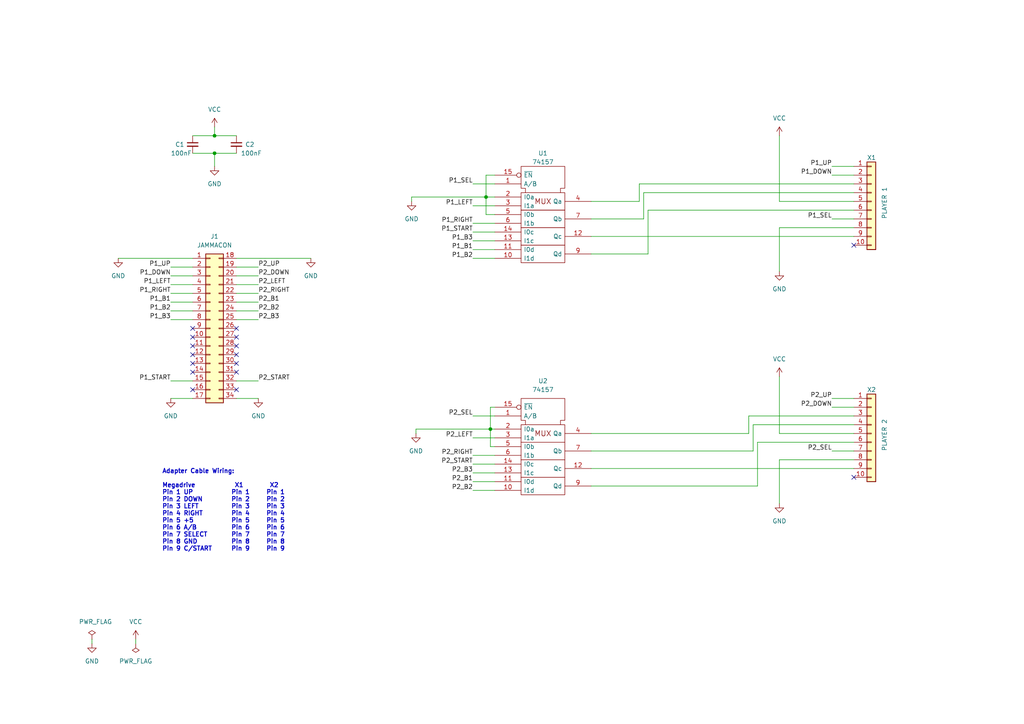
<source format=kicad_sch>
(kicad_sch (version 20211123) (generator eeschema)
  (paper "A4")
  (title_block (title "Jammacon Megadrive") (company "Shane Kiely"))
  (lib_symbols
    (symbol "74xx_IEEE:74157" (pin_names (offset 0.762))
      (property "Reference" "U" (at 7.62 10.16 0))
      (property "Value" "74157" (at 6.35 -16.51 0))
      (symbol "74157_0_0"
        (rectangle (start -6.35 -10.16) (end 6.35 -15.24))
        (rectangle (start -6.35 -5.08) (end 6.35 -10.16))
        (rectangle (start -6.35 0) (end 6.35 -5.08))
        (rectangle (start -6.35 5.08) (end 6.35 0))
        (polyline (pts (xy -5.08 5.08) (xy -5.08 6.35) (xy -6.35 6.35) (xy -6.35 12.7) (xy 6.35 12.7) (xy 6.35 6.35) (xy 5.08 6.35) (xy 5.08 5.08) (xy 5.08 5.08)))
        (text "MUX" (at 0 2.54 0) (effects (font (size 1.524 1.524))))
        (pin power_in line (at 3.81 12.7 270) (length 0) hide (name "VCC") (number "16"))
        (pin power_in line (at 0 12.7 270) (length 0) hide (name "GND") (number "8"))
      )
      (symbol "74157_1_1"
        (pin input line (at -13.97 7.62 0) (length 7.62) (name "A/B") (number "1"))
        (pin input line (at -13.97 -13.97 0) (length 7.62) (name "I1d") (number "10"))
        (pin input line (at -13.97 -11.43 0) (length 7.62) (name "I0d") (number "11"))
        (pin output line (at 13.97 -7.62 180) (length 7.62) (name "Qc") (number "12"))
        (pin input line (at -13.97 -8.89 0) (length 7.62) (name "I1c") (number "13"))
        (pin input line (at -13.97 -6.35 0) (length 7.62) (name "I0c") (number "14"))
        (pin input inverted (at -13.97 10.16 0) (length 7.62) (name "~{EN}") (number "15"))
        (pin input line (at -13.97 3.81 0) (length 7.62) (name "I0a") (number "2"))
        (pin input line (at -13.97 1.27 0) (length 7.62) (name "I1a") (number "3"))
        (pin output line (at 13.97 2.54 180) (length 7.62) (name "Qa") (number "4"))
        (pin input line (at -13.97 -1.27 0) (length 7.62) (name "I0b") (number "5"))
        (pin input line (at -13.97 -3.81 0) (length 7.62) (name "I1b") (number "6"))
        (pin output line (at 13.97 -2.54 180) (length 7.62) (name "Qb") (number "7"))
        (pin output line (at 13.97 -12.7 180) (length 7.62) (name "Qd") (number "9"))
      )
    )
    (symbol "Connector_Generic:Conn_01x10" (pin_names (offset 1.016) hide)
      (property "Reference" "J" (at 0 12.7 0))
      (property "Value" "Conn_01x10" (at 0 -15.24 0))
      (symbol "Conn_01x10_1_1"
        (rectangle (start -1.27 -12.573) (end 0 -12.827) (stroke (width 0.1524)))
        (rectangle (start -1.27 -10.033) (end 0 -10.287) (stroke (width 0.1524)))
        (rectangle (start -1.27 -7.493) (end 0 -7.747) (stroke (width 0.1524)))
        (rectangle (start -1.27 -4.953) (end 0 -5.207) (stroke (width 0.1524)))
        (rectangle (start -1.27 -2.413) (end 0 -2.667) (stroke (width 0.1524)))
        (rectangle (start -1.27 0.127) (end 0 -0.127) (stroke (width 0.1524)))
        (rectangle (start -1.27 2.667) (end 0 2.413) (stroke (width 0.1524)))
        (rectangle (start -1.27 5.207) (end 0 4.953) (stroke (width 0.1524)))
        (rectangle (start -1.27 7.747) (end 0 7.493) (stroke (width 0.1524)))
        (rectangle (start -1.27 10.287) (end 0 10.033) (stroke (width 0.1524)))
        (rectangle (start -1.27 11.43) (end 1.27 -13.97) (stroke (width 0.254)) (fill (type background)))
        (pin passive line (at -5.08 10.16 0) (length 3.81) (name "Pin_1") (number "1"))
        (pin passive line (at -5.08 -12.7 0) (length 3.81) (name "Pin_10") (number "10"))
        (pin passive line (at -5.08 7.62 0) (length 3.81) (name "Pin_2") (number "2"))
        (pin passive line (at -5.08 5.08 0) (length 3.81) (name "Pin_3") (number "3"))
        (pin passive line (at -5.08 2.54 0) (length 3.81) (name "Pin_4") (number "4"))
        (pin passive line (at -5.08 0 0) (length 3.81) (name "Pin_5") (number "5"))
        (pin passive line (at -5.08 -2.54 0) (length 3.81) (name "Pin_6") (number "6"))
        (pin passive line (at -5.08 -5.08 0) (length 3.81) (name "Pin_7") (number "7"))
        (pin passive line (at -5.08 -7.62 0) (length 3.81) (name "Pin_8") (number "8"))
        (pin passive line (at -5.08 -10.16 0) (length 3.81) (name "Pin_9") (number "9"))
      )
    )
    (symbol "Connector_Generic:Conn_02x17_Top_Bottom" (pin_names (offset 1.016) hide)
      (property "Reference" "J" (at 1.27 22.86 0))
      (property "Value" "Conn_02x17_Top_Bottom" (at 1.27 -22.86 0))
      (symbol "Conn_02x17_Top_Bottom_1_1"
        (rectangle (start -1.27 -20.193) (end 0 -20.447) (stroke (width 0.1524)))
        (rectangle (start -1.27 -17.653) (end 0 -17.907) (stroke (width 0.1524)))
        (rectangle (start -1.27 -15.113) (end 0 -15.367) (stroke (width 0.1524)))
        (rectangle (start -1.27 -12.573) (end 0 -12.827) (stroke (width 0.1524)))
        (rectangle (start -1.27 -10.033) (end 0 -10.287) (stroke (width 0.1524)))
        (rectangle (start -1.27 -7.493) (end 0 -7.747) (stroke (width 0.1524)))
        (rectangle (start -1.27 -4.953) (end 0 -5.207) (stroke (width 0.1524)))
        (rectangle (start -1.27 -2.413) (end 0 -2.667) (stroke (width 0.1524)))
        (rectangle (start -1.27 0.127) (end 0 -0.127) (stroke (width 0.1524)))
        (rectangle (start -1.27 2.667) (end 0 2.413) (stroke (width 0.1524)))
        (rectangle (start -1.27 5.207) (end 0 4.953) (stroke (width 0.1524)))
        (rectangle (start -1.27 7.747) (end 0 7.493) (stroke (width 0.1524)))
        (rectangle (start -1.27 10.287) (end 0 10.033) (stroke (width 0.1524)))
        (rectangle (start -1.27 12.827) (end 0 12.573) (stroke (width 0.1524)))
        (rectangle (start -1.27 15.367) (end 0 15.113) (stroke (width 0.1524)))
        (rectangle (start -1.27 17.907) (end 0 17.653) (stroke (width 0.1524)))
        (rectangle (start -1.27 20.447) (end 0 20.193) (stroke (width 0.1524)))
        (rectangle (start -1.27 21.59) (end 3.81 -21.59) (stroke (width 0.254)) (fill (type background)))
        (rectangle (start 3.81 -20.193) (end 2.54 -20.447) (stroke (width 0.1524)))
        (rectangle (start 3.81 -17.653) (end 2.54 -17.907) (stroke (width 0.1524)))
        (rectangle (start 3.81 -15.113) (end 2.54 -15.367) (stroke (width 0.1524)))
        (rectangle (start 3.81 -12.573) (end 2.54 -12.827) (stroke (width 0.1524)))
        (rectangle (start 3.81 -10.033) (end 2.54 -10.287) (stroke (width 0.1524)))
        (rectangle (start 3.81 -7.493) (end 2.54 -7.747) (stroke (width 0.1524)))
        (rectangle (start 3.81 -4.953) (end 2.54 -5.207) (stroke (width 0.1524)))
        (rectangle (start 3.81 -2.413) (end 2.54 -2.667) (stroke (width 0.1524)))
        (rectangle (start 3.81 0.127) (end 2.54 -0.127) (stroke (width 0.1524)))
        (rectangle (start 3.81 2.667) (end 2.54 2.413) (stroke (width 0.1524)))
        (rectangle (start 3.81 5.207) (end 2.54 4.953) (stroke (width 0.1524)))
        (rectangle (start 3.81 7.747) (end 2.54 7.493) (stroke (width 0.1524)))
        (rectangle (start 3.81 10.287) (end 2.54 10.033) (stroke (width 0.1524)))
        (rectangle (start 3.81 12.827) (end 2.54 12.573) (stroke (width 0.1524)))
        (rectangle (start 3.81 15.367) (end 2.54 15.113) (stroke (width 0.1524)))
        (rectangle (start 3.81 17.907) (end 2.54 17.653) (stroke (width 0.1524)))
        (rectangle (start 3.81 20.447) (end 2.54 20.193) (stroke (width 0.1524)))
        (pin passive line (at -5.08 20.32 0) (length 3.81) (name "Pin_1") (number "1"))
        (pin passive line (at -5.08 -2.54 0) (length 3.81) (name "Pin_10") (number "10"))
        (pin passive line (at -5.08 -5.08 0) (length 3.81) (name "Pin_11") (number "11"))
        (pin passive line (at -5.08 -7.62 0) (length 3.81) (name "Pin_12") (number "12"))
        (pin passive line (at -5.08 -10.16 0) (length 3.81) (name "Pin_13") (number "13"))
        (pin passive line (at -5.08 -12.7 0) (length 3.81) (name "Pin_14") (number "14"))
        (pin passive line (at -5.08 -15.24 0) (length 3.81) (name "Pin_15") (number "15"))
        (pin passive line (at -5.08 -17.78 0) (length 3.81) (name "Pin_16") (number "16"))
        (pin passive line (at -5.08 -20.32 0) (length 3.81) (name "Pin_17") (number "17"))
        (pin passive line (at 7.62 20.32 180) (length 3.81) (name "Pin_18") (number "18"))
        (pin passive line (at 7.62 17.78 180) (length 3.81) (name "Pin_19") (number "19"))
        (pin passive line (at -5.08 17.78 0) (length 3.81) (name "Pin_2") (number "2"))
        (pin passive line (at 7.62 15.24 180) (length 3.81) (name "Pin_20") (number "20"))
        (pin passive line (at 7.62 12.7 180) (length 3.81) (name "Pin_21") (number "21"))
        (pin passive line (at 7.62 10.16 180) (length 3.81) (name "Pin_22") (number "22"))
        (pin passive line (at 7.62 7.62 180) (length 3.81) (name "Pin_23") (number "23"))
        (pin passive line (at 7.62 5.08 180) (length 3.81) (name "Pin_24") (number "24"))
        (pin passive line (at 7.62 2.54 180) (length 3.81) (name "Pin_25") (number "25"))
        (pin passive line (at 7.62 0 180) (length 3.81) (name "Pin_26") (number "26"))
        (pin passive line (at 7.62 -2.54 180) (length 3.81) (name "Pin_27") (number "27"))
        (pin passive line (at 7.62 -5.08 180) (length 3.81) (name "Pin_28") (number "28"))
        (pin passive line (at 7.62 -7.62 180) (length 3.81) (name "Pin_29") (number "29"))
        (pin passive line (at -5.08 15.24 0) (length 3.81) (name "Pin_3") (number "3"))
        (pin passive line (at 7.62 -10.16 180) (length 3.81) (name "Pin_30") (number "30"))
        (pin passive line (at 7.62 -12.7 180) (length 3.81) (name "Pin_31") (number "31"))
        (pin passive line (at 7.62 -15.24 180) (length 3.81) (name "Pin_32") (number "32"))
        (pin passive line (at 7.62 -17.78 180) (length 3.81) (name "Pin_33") (number "33"))
        (pin passive line (at 7.62 -20.32 180) (length 3.81) (name "Pin_34") (number "34"))
        (pin passive line (at -5.08 12.7 0) (length 3.81) (name "Pin_4") (number "4"))
        (pin passive line (at -5.08 10.16 0) (length 3.81) (name "Pin_5") (number "5"))
        (pin passive line (at -5.08 7.62 0) (length 3.81) (name "Pin_6") (number "6"))
        (pin passive line (at -5.08 5.08 0) (length 3.81) (name "Pin_7") (number "7"))
        (pin passive line (at -5.08 2.54 0) (length 3.81) (name "Pin_8") (number "8"))
        (pin passive line (at -5.08 0 0) (length 3.81) (name "Pin_9") (number "9"))
      )
    )
    (symbol "Device:C_Small" (pin_numbers hide) (pin_names (offset 0.254) hide)
      (property "Reference" "C" (at 0.254 1.778 0))
      (property "Value" "C_Small" (at 0.254 -2.032 0))
      (symbol "C_Small_0_1"
        (polyline (pts (xy -1.524 -0.508) (xy 1.524 -0.508)) (stroke (width 0.3302)))
        (polyline (pts (xy -1.524 0.508) (xy 1.524 0.508)) (stroke (width 0.3048)))
      )
      (symbol "C_Small_1_1"
        (pin passive line (at 0 2.54 270) (length 2.032) (name "~") (number "1"))
        (pin passive line (at 0 -2.54 90) (length 2.032) (name "~") (number "2"))
      )
    )
    (symbol "power:GND" (power) (pin_names (offset 0))
      (property "Value" "GND" (at 0 -3.81 0))
      (symbol "GND_0_1"
        (polyline (pts (xy 0 0) (xy 0 -1.27) (xy 1.27 -1.27) (xy 0 -2.54) (xy -1.27 -1.27) (xy 0 -1.27)))
      )
      (symbol "GND_1_1"
        (pin power_in line (at 0 0 270) (length 0) hide (name "GND") (number "1"))
      )
    )
    (symbol "power:PWR_FLAG" (power) (pin_numbers hide) (pin_names (offset 0) hide)
      (property "Value" "PWR_FLAG" (at 0 3.81 0))
      (symbol "PWR_FLAG_0_0"
        (pin power_out line (at 0 0 90) (length 0) (name "pwr") (number "1"))
      )
      (symbol "PWR_FLAG_0_1"
        (polyline (pts (xy 0 0) (xy 0 1.27) (xy -1.016 1.905) (xy 0 2.54) (xy 1.016 1.905) (xy 0 1.27)))
      )
    )
    (symbol "power:VCC" (power) (pin_names (offset 0))
      (property "Value" "VCC" (at 0 3.81 0))
      (symbol "VCC_0_1"
        (polyline (pts (xy -0.762 1.27) (xy 0 2.54)))
        (polyline (pts (xy 0 0) (xy 0 2.54)))
        (polyline (pts (xy 0 2.54) (xy 0.762 1.27)))
      )
      (symbol "VCC_1_1"
        (pin power_in line (at 0 0 90) (length 0) hide (name "VCC") (number "1"))
      )
    )
  )
  (junction (at 62.23 44.45))
  (junction (at 142.24 124.46))
  (junction (at 140.97 57.15))
  (junction (at 62.23 39.37))
  (no_connect (at 247.65 71.12))
  (no_connect (at 55.88 107.95))
  (no_connect (at 55.88 105.41))
  (no_connect (at 55.88 102.87))
  (no_connect (at 55.88 95.25))
  (no_connect (at 68.58 113.03))
  (no_connect (at 55.88 113.03))
  (no_connect (at 55.88 100.33))
  (no_connect (at 55.88 97.79))
  (no_connect (at 68.58 95.25))
  (no_connect (at 68.58 97.79))
  (no_connect (at 68.58 100.33))
  (no_connect (at 68.58 102.87))
  (no_connect (at 68.58 105.41))
  (no_connect (at 68.58 107.95))
  (no_connect (at 247.65 138.43))
  (wire (pts (xy 137.16 72.39) (xy 143.51 72.39)))
  (wire (pts (xy 226.06 66.04) (xy 247.65 66.04)))
  (wire (pts (xy 241.3 50.8) (xy 247.65 50.8)))
  (wire (pts (xy 68.58 82.55) (xy 74.93 82.55)))
  (wire (pts (xy 171.45 58.42) (xy 185.42 58.42)))
  (wire (pts (xy 68.58 77.47) (xy 74.93 77.47)))
  (wire (pts (xy 218.44 123.19) (xy 218.44 130.81)))
  (wire (pts (xy 185.42 53.34) (xy 247.65 53.34)))
  (wire (pts (xy 120.65 124.46) (xy 120.65 125.73)))
  (wire (pts (xy 55.88 39.37) (xy 62.23 39.37)))
  (wire (pts (xy 68.58 87.63) (xy 74.93 87.63)))
  (wire (pts (xy 26.67 185.42) (xy 26.67 186.69)))
  (wire (pts (xy 49.53 85.09) (xy 55.88 85.09)))
  (wire (pts (xy 140.97 50.8) (xy 140.97 57.15)))
  (wire (pts (xy 185.42 58.42) (xy 185.42 53.34)))
  (wire (pts (xy 68.58 110.49) (xy 74.93 110.49)))
  (wire (pts (xy 143.51 50.8) (xy 140.97 50.8)))
  (wire (pts (xy 226.06 133.35) (xy 247.65 133.35)))
  (wire (pts (xy 171.45 130.81) (xy 218.44 130.81)))
  (wire (pts (xy 68.58 80.01) (xy 74.93 80.01)))
  (wire (pts (xy 241.3 63.5) (xy 247.65 63.5)))
  (wire (pts (xy 140.97 62.23) (xy 143.51 62.23)))
  (wire (pts (xy 186.69 55.88) (xy 247.65 55.88)))
  (wire (pts (xy 142.24 124.46) (xy 142.24 118.11)))
  (wire (pts (xy 241.3 118.11) (xy 247.65 118.11)))
  (wire (pts (xy 226.06 133.35) (xy 226.06 146.05)))
  (wire (pts (xy 49.53 80.01) (xy 55.88 80.01)))
  (wire (pts (xy 142.24 118.11) (xy 143.51 118.11)))
  (wire (pts (xy 142.24 124.46) (xy 120.65 124.46)))
  (wire (pts (xy 49.53 82.55) (xy 55.88 82.55)))
  (wire (pts (xy 137.16 134.62) (xy 143.51 134.62)))
  (wire (pts (xy 62.23 36.83) (xy 62.23 39.37)))
  (wire (pts (xy 137.16 137.16) (xy 143.51 137.16)))
  (wire (pts (xy 226.06 125.73) (xy 247.65 125.73)))
  (wire (pts (xy 187.96 60.96) (xy 187.96 73.66)))
  (wire (pts (xy 49.53 87.63) (xy 55.88 87.63)))
  (wire (pts (xy 226.06 39.37) (xy 226.06 58.42)))
  (wire (pts (xy 49.53 92.71) (xy 55.88 92.71)))
  (wire (pts (xy 119.38 57.15) (xy 119.38 58.42)))
  (wire (pts (xy 62.23 39.37) (xy 68.58 39.37)))
  (wire (pts (xy 62.23 44.45) (xy 68.58 44.45)))
  (wire (pts (xy 34.29 74.93) (xy 55.88 74.93)))
  (wire (pts (xy 49.53 115.57) (xy 55.88 115.57)))
  (wire (pts (xy 68.58 115.57) (xy 74.93 115.57)))
  (wire (pts (xy 247.65 128.27) (xy 219.71 128.27)))
  (wire (pts (xy 171.45 68.58) (xy 247.65 68.58)))
  (wire (pts (xy 142.24 129.54) (xy 142.24 124.46)))
  (wire (pts (xy 137.16 139.7) (xy 143.51 139.7)))
  (wire (pts (xy 140.97 57.15) (xy 140.97 62.23)))
  (wire (pts (xy 140.97 57.15) (xy 143.51 57.15)))
  (wire (pts (xy 241.3 130.81) (xy 247.65 130.81)))
  (wire (pts (xy 137.16 59.69) (xy 143.51 59.69)))
  (wire (pts (xy 49.53 90.17) (xy 55.88 90.17)))
  (wire (pts (xy 137.16 132.08) (xy 143.51 132.08)))
  (wire (pts (xy 137.16 64.77) (xy 143.51 64.77)))
  (wire (pts (xy 49.53 77.47) (xy 55.88 77.47)))
  (wire (pts (xy 137.16 142.24) (xy 143.51 142.24)))
  (wire (pts (xy 137.16 120.65) (xy 143.51 120.65)))
  (wire (pts (xy 137.16 69.85) (xy 143.51 69.85)))
  (wire (pts (xy 171.45 63.5) (xy 186.69 63.5)))
  (wire (pts (xy 142.24 124.46) (xy 143.51 124.46)))
  (wire (pts (xy 68.58 85.09) (xy 74.93 85.09)))
  (wire (pts (xy 68.58 74.93) (xy 90.17 74.93)))
  (wire (pts (xy 226.06 66.04) (xy 226.06 78.74)))
  (wire (pts (xy 241.3 48.26) (xy 247.65 48.26)))
  (wire (pts (xy 39.37 185.42) (xy 39.37 186.69)))
  (wire (pts (xy 49.53 110.49) (xy 55.88 110.49)))
  (wire (pts (xy 137.16 74.93) (xy 143.51 74.93)))
  (wire (pts (xy 171.45 135.89) (xy 247.65 135.89)))
  (wire (pts (xy 186.69 63.5) (xy 186.69 55.88)))
  (wire (pts (xy 140.97 57.15) (xy 119.38 57.15)))
  (wire (pts (xy 187.96 73.66) (xy 171.45 73.66)))
  (wire (pts (xy 68.58 90.17) (xy 74.93 90.17)))
  (wire (pts (xy 137.16 67.31) (xy 143.51 67.31)))
  (wire (pts (xy 187.96 60.96) (xy 247.65 60.96)))
  (wire (pts (xy 68.58 92.71) (xy 74.93 92.71)))
  (wire (pts (xy 171.45 125.73) (xy 217.17 125.73)))
  (wire (pts (xy 55.88 44.45) (xy 62.23 44.45)))
  (wire (pts (xy 241.3 115.57) (xy 247.65 115.57)))
  (wire (pts (xy 219.71 128.27) (xy 219.71 140.97)))
  (wire (pts (xy 171.45 140.97) (xy 219.71 140.97)))
  (wire (pts (xy 137.16 53.34) (xy 143.51 53.34)))
  (wire (pts (xy 247.65 120.65) (xy 217.17 120.65)))
  (wire (pts (xy 143.51 129.54) (xy 142.24 129.54)))
  (wire (pts (xy 226.06 109.22) (xy 226.06 125.73)))
  (wire (pts (xy 247.65 123.19) (xy 218.44 123.19)))
  (wire (pts (xy 137.16 127) (xy 143.51 127)))
  (wire (pts (xy 62.23 44.45) (xy 62.23 48.26)))
  (wire (pts (xy 217.17 120.65) (xy 217.17 125.73)))
  (wire (pts (xy 226.06 58.42) (xy 247.65 58.42)))
  (text "Adapter Cable Wiring:\n\nMegadrive		 X1 	 X2\nPin 1 UP		Pin 1	Pin 1\nPin 2 DOWN		Pin 2	Pin 2\nPin 3 LEFT		Pin 3	Pin 3\nPin 4 RIGHT		Pin 4	Pin 4\nPin 5 +5		Pin 5	Pin 5\nPin 6 A/B		Pin 6	Pin 6\nPin 7 SELECT	Pin 7	Pin 7\nPin 8 GND		Pin 8	Pin 8\nPin 9 C/START	Pin 9	Pin 9\n" (at 46.99 160.02 0) (effects (font (size 1.27 1.27) (thickness 0.254) bold) (justify left bottom)))
  (label "P1_START" (at 137.16 67.31 180))
  (label "P1_LEFT" (at 49.53 82.55 180))
  (label "P2_B3" (at 74.93 92.71 0))
  (label "P1_RIGHT" (at 137.16 64.77 180))
  (label "P1_UP" (at 241.3 48.26 180))
  (label "P2_UP" (at 241.3 115.57 180))
  (label "P2_B2" (at 74.93 90.17 0))
  (label "P1_DOWN" (at 241.3 50.8 180))
  (label "P1_SEL" (at 137.16 53.34 180))
  (label "P2_START" (at 137.16 134.62 180))
  (label "P2_B1" (at 137.16 139.7 180))
  (label "P1_B3" (at 137.16 69.85 180))
  (label "P2_START" (at 74.93 110.49 0))
  (label "P1_B2" (at 49.53 90.17 180))
  (label "P2_RIGHT" (at 74.93 85.09 0))
  (label "P2_DOWN" (at 74.93 80.01 0))
  (label "P2_DOWN" (at 241.3 118.11 180))
  (label "P2_LEFT" (at 137.16 127 180))
  (label "P2_B3" (at 137.16 137.16 180))
  (label "P2_B1" (at 74.93 87.63 0))
  (label "P2_SEL" (at 137.16 120.65 180))
  (label "P2_RIGHT" (at 137.16 132.08 180))
  (label "P1_B1" (at 49.53 87.63 180))
  (label "P1_UP" (at 49.53 77.47 180))
  (label "P2_SEL" (at 241.3 130.81 180))
  (label "P1_LEFT" (at 137.16 59.69 180))
  (label "P1_START" (at 49.53 110.49 180))
  (label "P1_B3" (at 49.53 92.71 180))
  (label "P2_LEFT" (at 74.93 82.55 0))
  (label "P1_RIGHT" (at 49.53 85.09 180))
  (label "P1_DOWN" (at 49.53 80.01 180))
  (label "P1_SEL" (at 241.3 63.5 180))
  (label "P1_B2" (at 137.16 74.93 180))
  (label "P1_B1" (at 137.16 72.39 180))
  (label "P2_B2" (at 137.16 142.24 180))
  (label "P2_UP" (at 74.93 77.47 0))
  (symbol (lib_id "power:GND") (at 226.06 146.05 0) (unit 1)
    (property "Reference" "#PWR010" (effects hide))
    (property "Value" "GND" (at 226.06 151.13 0))
  )
  (symbol (lib_id "Connector_Generic:Conn_01x10") (at 252.73 58.42 0) (unit 1)
    (property "Reference" "X1" (at 251.46 45.72 0) (effects (justify left)))
    (property "Value" "PLAYER 1" (at 256.54 63.5 90) (effects (justify left)))
  )
  (symbol (lib_id "power:VCC") (at 62.23 36.83 0) (unit 1)
    (property "Reference" "#PWR0107" (effects hide))
    (property "Value" "VCC" (at 62.23 31.75 0))
  )
  (symbol (lib_id "power:GND") (at 119.38 58.42 0) (unit 1)
    (property "Reference" "#PWR03" (effects hide))
    (property "Value" "GND" (at 119.38 63.5 0))
  )
  (symbol (lib_id "power:PWR_FLAG") (at 39.37 186.69 180) (unit 1)
    (property "Reference" "#FLG0102" (effects hide))
    (property "Value" "PWR_FLAG" (at 39.37 191.77 0))
  )
  (symbol (lib_id "power:GND") (at 26.67 186.69 0) (unit 1)
    (property "Reference" "#PWR0102" (effects hide))
    (property "Value" "GND" (at 26.67 191.77 0))
  )
  (symbol (lib_id "74xx_IEEE:74157") (at 157.48 128.27 0) (unit 1)
    (property "Reference" "U2" (at 157.48 110.49 0))
    (property "Value" "74157" (at 157.48 113.03 0))
  )
  (symbol (lib_id "power:GND") (at 226.06 78.74 0) (unit 1)
    (property "Reference" "#PWR08" (effects hide))
    (property "Value" "GND" (at 226.06 83.82 0))
  )
  (symbol (lib_id "power:VCC") (at 39.37 185.42 0) (unit 1)
    (property "Reference" "#PWR0104" (effects hide))
    (property "Value" "VCC" (at 39.37 180.34 0))
  )
  (symbol (lib_id "power:GND") (at 34.29 74.93 0) (unit 1)
    (property "Reference" "#PWR01" (effects hide))
    (property "Value" "GND" (at 34.29 80.01 0))
  )
  (symbol (lib_id "power:GND") (at 62.23 48.26 0) (unit 1)
    (property "Reference" "#PWR04" (effects hide))
    (property "Value" "GND" (at 62.23 53.34 0))
  )
  (symbol (lib_id "power:PWR_FLAG") (at 26.67 185.42 0) (unit 1)
    (property "Reference" "#FLG0101" (effects hide))
    (property "Value" "PWR_FLAG" (at 22.86 180.34 0) (effects (justify left)))
  )
  (symbol (lib_id "power:GND") (at 49.53 115.57 0) (unit 1)
    (property "Reference" "#PWR02" (effects hide))
    (property "Value" "GND" (at 49.53 120.65 0))
  )
  (symbol (lib_id "power:VCC") (at 226.06 39.37 0) (unit 1)
    (property "Reference" "#PWR0105" (effects hide))
    (property "Value" "VCC" (at 226.06 34.29 0))
  )
  (symbol (lib_id "power:VCC") (at 226.06 109.22 0) (unit 1)
    (property "Reference" "#PWR0106" (effects hide))
    (property "Value" "VCC" (at 226.06 104.14 0))
  )
  (symbol (lib_id "74xx_IEEE:74157") (at 157.48 60.96 0) (unit 1)
    (property "Reference" "U1" (at 157.48 44.45 0))
    (property "Value" "74157" (at 157.48 46.99 0))
  )
  (symbol (lib_id "power:GND") (at 90.17 74.93 0) (unit 1)
    (property "Reference" "#PWR06" (effects hide))
    (property "Value" "GND" (at 90.17 80.01 0))
  )
  (symbol (lib_id "power:GND") (at 120.65 125.73 0) (unit 1)
    (property "Reference" "#PWR07" (effects hide))
    (property "Value" "GND" (at 120.65 130.81 0))
  )
  (symbol (lib_id "Connector_Generic:Conn_02x17_Top_Bottom") (at 60.96 95.25 0) (unit 1)
    (property "Reference" "J1" (at 62.23 68.58 0))
    (property "Value" "JAMMACON" (at 62.23 71.12 0))
  )
  (symbol (lib_id "Device:C_Small") (at 55.88 41.91 0) (unit 1)
    (property "Reference" "C1" (at 50.8 41.91 0) (effects (justify left)))
    (property "Value" "100nF" (at 49.53 44.45 0) (effects (justify left)))
  )
  (symbol (lib_id "Connector_Generic:Conn_01x10") (at 252.73 125.73 0) (unit 1)
    (property "Reference" "X2" (at 251.46 113.03 0) (effects (justify left)))
    (property "Value" "PLAYER 2" (at 256.54 130.81 90) (effects (justify left)))
  )
  (symbol (lib_id "power:GND") (at 74.93 115.57 0) (unit 1)
    (property "Reference" "#PWR05" (effects hide))
    (property "Value" "GND" (at 74.93 120.65 0))
  )
  (symbol (lib_id "Device:C_Small") (at 68.58 41.91 0) (unit 1)
    (property "Reference" "C2" (at 71.12 41.91 0) (effects (justify left)))
    (property "Value" "100nF" (at 69.85 44.45 0) (effects (justify left)))
  )
)
</source>
